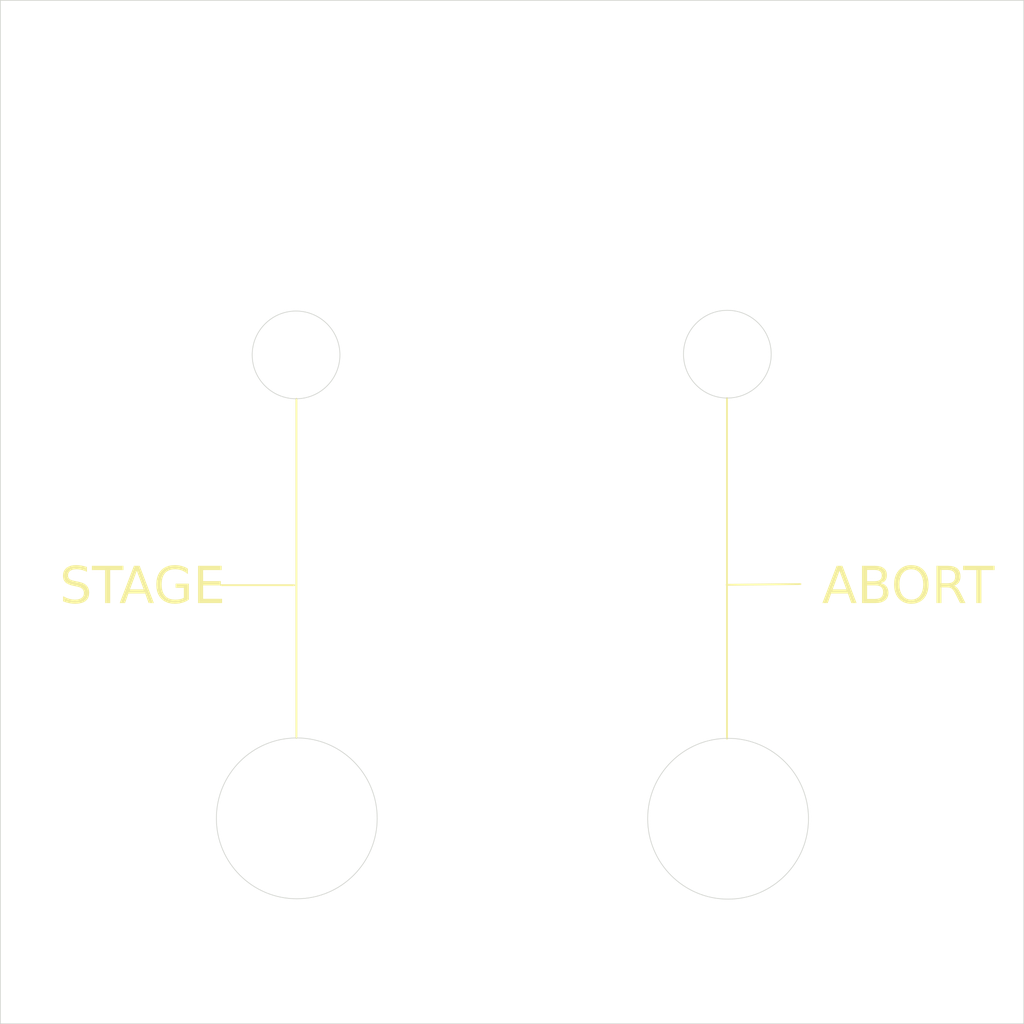
<source format=kicad_pcb>
(kicad_pcb (version 20221018) (generator pcbnew)

  (general
    (thickness 1.6)
  )

  (paper "A4")
  (layers
    (0 "F.Cu" signal)
    (31 "B.Cu" signal)
    (32 "B.Adhes" user "B.Adhesive")
    (33 "F.Adhes" user "F.Adhesive")
    (34 "B.Paste" user)
    (35 "F.Paste" user)
    (36 "B.SilkS" user "B.Silkscreen")
    (37 "F.SilkS" user "F.Silkscreen")
    (38 "B.Mask" user)
    (39 "F.Mask" user)
    (40 "Dwgs.User" user "User.Drawings")
    (41 "Cmts.User" user "User.Comments")
    (42 "Eco1.User" user "User.Eco1")
    (43 "Eco2.User" user "User.Eco2")
    (44 "Edge.Cuts" user)
    (45 "Margin" user)
    (46 "B.CrtYd" user "B.Courtyard")
    (47 "F.CrtYd" user "F.Courtyard")
    (48 "B.Fab" user)
    (49 "F.Fab" user)
    (50 "User.1" user)
    (51 "User.2" user)
    (52 "User.3" user)
    (53 "User.4" user)
    (54 "User.5" user)
    (55 "User.6" user)
    (56 "User.7" user)
    (57 "User.8" user)
    (58 "User.9" user)
  )

  (setup
    (pad_to_mask_clearance 0)
    (pcbplotparams
      (layerselection 0x00010fc_ffffffff)
      (plot_on_all_layers_selection 0x0000000_00000000)
      (disableapertmacros false)
      (usegerberextensions false)
      (usegerberattributes true)
      (usegerberadvancedattributes true)
      (creategerberjobfile true)
      (dashed_line_dash_ratio 12.000000)
      (dashed_line_gap_ratio 3.000000)
      (svgprecision 4)
      (plotframeref false)
      (viasonmask false)
      (mode 1)
      (useauxorigin false)
      (hpglpennumber 1)
      (hpglpenspeed 20)
      (hpglpendiameter 15.000000)
      (dxfpolygonmode true)
      (dxfimperialunits true)
      (dxfusepcbnewfont true)
      (psnegative false)
      (psa4output false)
      (plotreference true)
      (plotvalue true)
      (plotinvisibletext false)
      (sketchpadsonfab false)
      (subtractmaskfromsilk false)
      (outputformat 1)
      (mirror false)
      (drillshape 1)
      (scaleselection 1)
      (outputdirectory "")
    )
  )

  (net 0 "")

  (gr_line (start 99.4 54.4) (end 99.4 101)
    (stroke (width 0.25) (type default)) (layer "F.SilkS") (tstamp 37134d6a-23c8-4779-84cd-e0a9e8c97219))
  (gr_line (start 99.35 79.95) (end 109.45 79.85)
    (stroke (width 0.25) (type default)) (layer "F.SilkS") (tstamp 6be448f5-c14f-443b-ad4c-2c079b896520))
  (gr_line (start 40.2 80) (end 30.2 80)
    (stroke (width 0.25) (type default)) (layer "F.SilkS") (tstamp a5ef5b21-a912-4c9f-8f35-d025312f90be))
  (gr_line (start 40.5 54.5) (end 40.5 100.9)
    (stroke (width 0.25) (type default)) (layer "F.SilkS") (tstamp d9f54e4a-57c0-4e6c-93fa-8d352699018c))
  (gr_circle (center 99.55 111.95) (end 114.8 111.95)
    (stroke (width 0.15) (type default)) (fill none) (layer "Dwgs.User") (tstamp 16fc63fa-6505-4111-ae90-b65a10826982))
  (gr_rect (start 90.6 21.0375) (end 107.7 62.0125)
    (stroke (width 0.15) (type default)) (fill none) (layer "Dwgs.User") (tstamp 647c0779-f948-469f-b06b-fbfbeefa0f18))
  (gr_circle (center 40.55 111.9) (end 55.8 111.9)
    (stroke (width 0.15) (type default)) (fill none) (layer "Dwgs.User") (tstamp aac088eb-21b9-4375-8387-87eef4301df4))
  (gr_rect (start 31.925 21.0375) (end 49.025 62.0125)
    (stroke (width 0.15) (type default)) (fill none) (layer "Dwgs.User") (tstamp c665fbb8-b52a-407c-847f-b48368968e5c))
  (gr_circle (center 99.45 48.4) (end 105.45 48.4)
    (stroke (width 0.1) (type default)) (fill none) (layer "Edge.Cuts") (tstamp 5f138fd0-2a74-4a91-afac-62336ffe7750))
  (gr_rect (start 0 0) (end 140 140)
    (stroke (width 0.1) (type default)) (fill none) (layer "Edge.Cuts") (tstamp 828e69e0-6922-4687-99a3-26f7dc89a66b))
  (gr_circle (center 40.45 48.5) (end 46.45 48.5)
    (stroke (width 0.1) (type default)) (fill none) (layer "Edge.Cuts") (tstamp 9ce1a85b-6249-4982-8a41-60778634735f))
  (gr_circle (center 99.55 111.95) (end 110.55 111.95)
    (stroke (width 0.1) (type default)) (fill none) (layer "Edge.Cuts") (tstamp d121ab63-fca1-4d5f-a2e2-256832a8d44b))
  (gr_circle (center 40.55 111.9) (end 51.55 111.9)
    (stroke (width 0.1) (type default)) (fill none) (layer "Edge.Cuts") (tstamp e98006d8-3484-474a-822d-d4c1d4dc144a))
  (gr_text "ABORT" (at 112.4 83.3) (layer "F.SilkS") (tstamp 95ef7db7-59ce-4e0e-b0d0-42d5c64833cc)
    (effects (font (face "Droid Sans Mono") (size 5 5) (thickness 0.15)) (justify left bottom))
    (render_cache "ABORT" 0
      (polygon
        (pts
          (xy 116.508164 82.45)          (xy 115.848709 82.45)          (xy 115.354117 80.902721)          (xy 113.66762 80.902721)
          (xy 113.165701 82.45)          (xy 112.513572 82.45)          (xy 113.213213 80.339741)          (xy 113.849581 80.339741)
          (xy 115.172156 80.339741)          (xy 114.715422 78.897487)          (xy 114.698845 78.844966)          (xy 114.682697 78.793035)
          (xy 114.666979 78.741697)          (xy 114.65169 78.690949)          (xy 114.63683 78.640794)          (xy 114.6224 78.59123)
          (xy 114.608398 78.542257)          (xy 114.594827 78.493876)          (xy 114.581684 78.446086)          (xy 114.568971 78.398888)
          (xy 114.550707 78.3292)          (xy 114.533408 78.260844)          (xy 114.517076 78.193817)          (xy 114.501709 78.128122)
          (xy 114.488704 78.190869)          (xy 114.475334 78.252715)          (xy 114.461599 78.313659)          (xy 114.447499 78.373701)
          (xy 114.433034 78.432842)          (xy 114.418204 78.491081)          (xy 114.403009 78.548418)          (xy 114.387449 78.604854)
          (xy 114.371525 78.660388)          (xy 114.355235 78.715021)          (xy 114.344173 78.750942)          (xy 113.849581 80.339741)
          (xy 113.213213 80.339741)          (xy 114.171981 77.447906)          (xy 114.842428 77.447906)
        )
      )
      (polygon
        (pts
          (xy 118.635168 77.448198)          (xy 118.692425 77.449075)          (xy 118.748674 77.450536)          (xy 118.803913 77.452581)
          (xy 118.858144 77.455211)          (xy 118.911366 77.458425)          (xy 118.963579 77.462223)          (xy 119.014783 77.466606)
          (xy 119.064978 77.471573)          (xy 119.114164 77.477124)          (xy 119.209509 77.489981)          (xy 119.300819 77.505174)
          (xy 119.388093 77.522705)          (xy 119.471331 77.542574)          (xy 119.550533 77.56478)          (xy 119.6257 77.589324)
          (xy 119.696831 77.616205)          (xy 119.763926 77.645423)          (xy 119.826986 77.676979)          (xy 119.886009 77.710873)
          (xy 119.940997 77.747103)          (xy 119.99246 77.785786)          (xy 120.040603 77.827341)          (xy 120.085425 77.871768)
          (xy 120.126927 77.919066)          (xy 120.165109 77.969236)          (xy 120.199971 78.022277)          (xy 120.231513 78.078191)
          (xy 120.259734 78.136976)          (xy 120.284636 78.198633)          (xy 120.306217 78.263162)          (xy 120.324478 78.330562)
          (xy 120.339419 78.400835)          (xy 120.351039 78.473979)          (xy 120.35934 78.549995)          (xy 120.36432 78.628882)
          (xy 120.36598 78.710642)          (xy 120.364926 78.764718)          (xy 120.361763 78.81765)          (xy 120.356492 78.869438)
          (xy 120.349112 78.92008)          (xy 120.339624 78.969577)          (xy 120.328027 79.01793)          (xy 120.314322 79.065137)
          (xy 120.28981 79.133802)          (xy 120.260555 79.19989)          (xy 120.226555 79.263403)          (xy 120.187811 79.32434)
          (xy 120.144324 79.382701)          (xy 120.112696 79.420177)          (xy 120.096092 79.438485)          (xy 120.061611 79.473772)
          (xy 120.025643 79.507274)          (xy 119.988186 79.538992)          (xy 119.949241 79.568926)          (xy 119.908807 79.597076)
          (xy 119.866885 79.623442)          (xy 119.823475 79.648024)          (xy 119.778576 79.670821)          (xy 119.732189 79.691835)
          (xy 119.684313 79.711064)          (xy 119.63495 79.728509)          (xy 119.584098 79.74417)          (xy 119.531757 79.758047)
          (xy 119.477928 79.77014)          (xy 119.422611 79.780449)          (xy 119.365806 79.788974)          (xy 119.365806 79.823168)
          (xy 119.43598 79.835552)          (xy 119.503927 79.8495)          (xy 119.569646 79.865013)          (xy 119.633137 79.882091)
          (xy 119.6944 79.900734)          (xy 119.753436 79.920941)          (xy 119.810244 79.942713)          (xy 119.864824 79.96605)
          (xy 119.917177 79.990951)          (xy 119.967301 80.017417)          (xy 120.015198 80.045448)          (xy 120.060867 80.075043)
          (xy 120.104309 80.106203)          (xy 120.145522 80.138928)          (xy 120.184508 80.173217)          (xy 120.221266 80.209071)
          (xy 120.255796 80.24649)          (xy 120.288099 80.285474)          (xy 120.318174 80.326022)          (xy 120.346021 80.368135)
          (xy 120.37164 80.411812)          (xy 120.395032 80.457054)          (xy 120.416195 80.503861)          (xy 120.435131 80.552233)
          (xy 120.451839 80.602169)          (xy 120.46632 80.65367)          (xy 120.478573 80.706735)          (xy 120.488598 80.761366)
          (xy 120.496395 80.81756)          (xy 120.501964 80.87532)          (xy 120.505306 80.934644)          (xy 120.50642 80.995533)
          (xy 120.504707 81.079272)          (xy 120.499569 81.160741)          (xy 120.491007 81.239938)          (xy 120.479019 81.316865)
          (xy 120.463606 81.391522)          (xy 120.444767 81.463907)          (xy 120.422504 81.534022)          (xy 120.396816 81.601866)
          (xy 120.367702 81.66744)          (xy 120.335163 81.730742)          (xy 120.2992 81.791775)          (xy 120.259811 81.850536)
          (xy 120.216997 81.907027)          (xy 120.170757 81.961247)          (xy 120.121093 82.013196)          (xy 120.068004 82.062875)
          (xy 120.012109 82.109753)          (xy 119.953725 82.153607)          (xy 119.89285 82.194437)          (xy 119.829485 82.232242)
          (xy 119.76363 82.267022)          (xy 119.695285 82.298779)          (xy 119.62445 82.327511)          (xy 119.551125 82.353218)
          (xy 119.475309 82.375901)          (xy 119.397004 82.39556)          (xy 119.316208 82.412194)          (xy 119.232922 82.425804)
          (xy 119.147146 82.43639)          (xy 119.05888 82.443951)          (xy 118.968124 82.448487)          (xy 118.874877 82.45)
          (xy 117.065038 82.45)          (xy 117.065038 80.104047)          (xy 117.707397 80.104047)          (xy 117.707397 81.904117)
          (xy 118.761304 81.904117)          (xy 118.827046 81.903204)          (xy 118.890701 81.900467)          (xy 118.952268 81.895906)
          (xy 119.011749 81.889519)          (xy 119.069142 81.881308)          (xy 119.124449 81.871273)          (xy 119.177668 81.859412)
          (xy 119.228801 81.845727)          (xy 119.277846 81.830218)          (xy 119.324804 81.812883)          (xy 119.41246 81.772741)
          (xy 119.491767 81.725299)          (xy 119.562726 81.67056)          (xy 119.625337 81.608521)          (xy 119.6796 81.539184)
          (xy 119.725515 81.462548)          (xy 119.763082 81.378613)          (xy 119.7923 81.28738)          (xy 119.803779 81.239026)
          (xy 119.813171 81.188848)          (xy 119.820475 81.136845)          (xy 119.825693 81.083017)          (xy 119.828823 81.027365)
          (xy 119.829867 80.969888)          (xy 119.82878 80.916618)          (xy 119.825521 80.86504)          (xy 119.820089 80.815153)
          (xy 119.802706 80.720451)          (xy 119.776631 80.632514)          (xy 119.741864 80.551342)          (xy 119.698406 80.476934)
          (xy 119.646257 80.40929)          (xy 119.585415 80.34841)          (xy 119.515882 80.294295)          (xy 119.437658 80.246945)
          (xy 119.350742 80.206358)          (xy 119.304024 80.188602)          (xy 119.255134 80.172536)          (xy 119.204071 80.158162)
          (xy 119.150835 80.145479)          (xy 119.095426 80.134487)          (xy 119.037844 80.125186)          (xy 118.978089 80.117576)
          (xy 118.916161 80.111657)          (xy 118.852061 80.107429)          (xy 118.785787 80.104893)          (xy 118.717341 80.104047)
          (xy 117.707397 80.104047)          (xy 117.065038 80.104047)          (xy 117.065038 77.993789)          (xy 117.707397 77.993789)
          (xy 117.707397 79.558164)          (xy 118.681926 79.558164)          (xy 118.747804 79.557434)          (xy 118.811412 79.555245)
          (xy 118.87275 79.551595)          (xy 118.931816 79.546486)          (xy 118.988612 79.539918)          (xy 119.043138 79.531889)
          (xy 119.095392 79.522401)          (xy 119.145376 79.511453)          (xy 119.19309 79.499045)          (xy 119.260402 79.477696)
          (xy 119.322605 79.453063)          (xy 119.379699 79.425146)          (xy 119.431684 79.393944)          (xy 119.463503 79.371318)
          (xy 119.50737 79.334138)          (xy 119.546922 79.292665)          (xy 119.58216 79.246898)          (xy 119.613082 79.196837)
          (xy 119.63969 79.142484)          (xy 119.661983 79.083837)          (xy 119.679962 79.020897)          (xy 119.693625 78.953663)
          (xy 119.702974 78.882136)          (xy 119.706809 78.832066)          (xy 119.708727 78.780089)          (xy 119.708967 78.753384)
          (xy 119.707941 78.703453)          (xy 119.702557 78.631936)          (xy 119.692557 78.564477)          (xy 119.677941 78.501076)
          (xy 119.658711 78.441731)          (xy 119.634865 78.386444)          (xy 119.606404 78.335214)          (xy 119.573327 78.288041)
          (xy 119.535635 78.244925)          (xy 119.493328 78.205866)          (xy 119.446406 78.170865)          (xy 119.394471 78.139219)
          (xy 119.337126 78.110687)          (xy 119.274372 78.085267)          (xy 119.206208 78.062959)          (xy 119.15776 78.049817)
          (xy 119.106908 78.038058)          (xy 119.053652 78.027682)          (xy 118.997991 78.01869)          (xy 118.939926 78.011081)
          (xy 118.879457 78.004856)          (xy 118.816583 78.000014)          (xy 118.751306 77.996556)          (xy 118.683624 77.99448)
          (xy 118.613538 77.993789)          (xy 117.707397 77.993789)          (xy 117.065038 77.993789)          (xy 117.065038 77.447906)
          (xy 118.576901 77.447906)
        )
      )
      (polygon
        (pts
          (xy 122.978978 77.370403)          (xy 123.03273 77.372367)          (xy 123.085681 77.375641)          (xy 123.137831 77.380224)
          (xy 123.189179 77.386117)          (xy 123.239726 77.393319)          (xy 123.289471 77.40183)          (xy 123.338415 77.411651)
          (xy 123.386558 77.422782)          (xy 123.433899 77.435222)          (xy 123.526177 77.46403)          (xy 123.615249 77.498076)
          (xy 123.701116 77.53736)          (xy 123.783777 77.581882)          (xy 123.863232 77.631641)          (xy 123.939482 77.686639)
          (xy 124.012526 77.746875)          (xy 124.082364 77.812348)          (xy 124.148996 77.883059)          (xy 124.18111 77.920379)
          (xy 124.212423 77.959008)          (xy 124.242934 77.998947)          (xy 124.272644 78.040195)          (xy 124.301495 78.082577)
          (xy 124.329431 78.126071)          (xy 124.35645 78.170676)          (xy 124.382554 78.216393)          (xy 124.407741 78.263222)
          (xy 124.432013 78.311161)          (xy 124.455368 78.360213)          (xy 124.477808 78.410375)          (xy 124.499332 78.46165)
          (xy 124.51994 78.514036)          (xy 124.539632 78.567533)          (xy 124.558408 78.622142)          (xy 124.576269 78.677862)
          (xy 124.593213 78.734694)          (xy 124.609241 78.792637)          (xy 124.624354 78.851692)          (xy 124.638551 78.911858)
          (xy 124.651831 78.973136)          (xy 124.664196 79.035525)          (xy 124.675645 79.099026)          (xy 124.686178 79.163638)
          (xy 124.695795 79.229362)          (xy 124.704496 79.296197)          (xy 124.712281 79.364144)          (xy 124.719151 79.433202)
          (xy 124.725104 79.503372)          (xy 124.730142 79.574653)          (xy 124.734263 79.647046)          (xy 124.737469 79.72055)
          (xy 124.739759 79.795166)          (xy 124.741133 79.870893)          (xy 124.741591 79.947732)          (xy 124.741128 80.024497)
          (xy 124.73974 80.100159)          (xy 124.737426 80.174716)          (xy 124.734187 80.248169)          (xy 124.730022 80.320518)
          (xy 124.724932 80.391762)          (xy 124.718917 80.461902)          (xy 124.711976 80.530938)          (xy 124.70411 80.598869)
          (xy 124.695318 80.665696)          (xy 124.685601 80.731418)          (xy 124.674958 80.796037)          (xy 124.66339 80.85955)
          (xy 124.650896 80.92196)          (xy 124.637477 80.983265)          (xy 124.623133 81.043466)          (xy 124.607863 81.102563)
          (xy 124.591667 81.160555)          (xy 124.574547 81.217443)          (xy 124.5565 81.273226)          (xy 124.537529 81.327905)
          (xy 124.517631 81.38148)          (xy 124.496809 81.43395)          (xy 124.475061 81.485317)          (xy 124.452387 81.535578)
          (xy 124.428788 81.584736)          (xy 124.404264 81.632789)          (xy 124.378814 81.679738)          (xy 124.352438 81.725582)
          (xy 124.325137 81.770322)          (xy 124.296911 81.813958)          (xy 124.267759 81.856489)          (xy 124.237751 81.897813)
          (xy 124.206956 81.937824)          (xy 124.175374 81.976524)          (xy 124.143005 82.013912)          (xy 124.109848 82.049987)
          (xy 124.041174 82.118204)          (xy 123.969351 82.181173)          (xy 123.89438 82.238894)          (xy 123.816261 82.291368)
          (xy 123.734993 82.338595)          (xy 123.650576 82.380574)          (xy 123.563011 82.417306)          (xy 123.472298 82.44879)
          (xy 123.378436 82.475027)          (xy 123.330325 82.486178)          (xy 123.281426 82.496017)          (xy 123.23174 82.504544)
          (xy 123.181268 82.511759)          (xy 123.130008 82.517662)          (xy 123.07796 82.522254)          (xy 123.025126 82.525534)
          (xy 122.971505 82.527501)          (xy 122.917096 82.528157)          (xy 122.804697 82.52563)          (xy 122.695866 82.518049)
          (xy 122.590603 82.505413)          (xy 122.488908 82.487724)          (xy 122.390782 82.46498)          (xy 122.296224 82.437182)
          (xy 122.205234 82.404329)          (xy 122.117812 82.366423)          (xy 122.033958 82.323462)          (xy 121.953673 82.275447)
          (xy 121.876956 82.222378)          (xy 121.803807 82.164254)          (xy 121.734226 82.101077)          (xy 121.668214 82.032845)
          (xy 121.60577 81.959559)          (xy 121.546894 81.881219)          (xy 121.491586 81.797825)          (xy 121.439847 81.709376)
          (xy 121.391676 81.615873)          (xy 121.347073 81.517316)          (xy 121.306038 81.413705)          (xy 121.268572 81.30504)
          (xy 121.234674 81.19132)          (xy 121.204344 81.072546)          (xy 121.177582 80.948718)          (xy 121.154388 80.819836)
          (xy 121.134763 80.685899)          (xy 121.118706 80.546909)          (xy 121.106217 80.402864)          (xy 121.097296 80.253765)
          (xy 121.091944 80.099612)          (xy 121.090215 79.945289)          (xy 121.766713 79.945289)          (xy 121.767836 80.06956)
          (xy 121.771206 80.189885)          (xy 121.776823 80.306265)          (xy 121.784687 80.4187)          (xy 121.794798 80.527191)
          (xy 121.807156 80.631736)          (xy 121.82176 80.732335)          (xy 121.838612 80.82899)          (xy 121.85771 80.9217)
          (xy 121.879055 81.010465)          (xy 121.902647 81.095284)          (xy 121.928485 81.176159)          (xy 121.956571 81.253088)
          (xy 121.986903 81.326072)          (xy 122.019483 81.395111)          (xy 122.054309 81.460205)          (xy 122.091382 81.521354)
          (xy 122.130701 81.578558)          (xy 122.172268 81.631817)          (xy 122.216081 81.681131)          (xy 122.262142 81.726499)
          (xy 122.310449 81.767923)          (xy 122.361003 81.805401)          (xy 122.413804 81.838934)          (xy 122.468851 81.868523)
          (xy 122.526146 81.894166)          (xy 122.585687 81.915864)          (xy 122.647475 81.933617)          (xy 122.71151 81.947425)
          (xy 122.777792 81.957287)          (xy 122.846321 81.963205)          (xy 122.917096 81.965177)          (xy 122.990193 81.963241)
          (xy 123.060799 81.95743)          (xy 123.128915 81.947747)          (xy 123.194541 81.934189)          (xy 123.257677 81.916758)
          (xy 123.318323 81.895454)          (xy 123.376478 81.870276)          (xy 123.432144 81.841224)          (xy 123.485319 81.808299)
          (xy 123.536004 81.771501)          (xy 123.584199 81.730828)          (xy 123.629904 81.686283)          (xy 123.673119 81.637863)
          (xy 123.713843 81.585571)          (xy 123.752078 81.529404)          (xy 123.787822 81.469364)          (xy 123.821391 81.405165)
          (xy 123.852795 81.336825)          (xy 123.882032 81.264344)          (xy 123.909104 81.187722)          (xy 123.93401 81.10696)
          (xy 123.956751 81.022057)          (xy 123.977325 80.933013)          (xy 123.995734 80.839829)          (xy 124.004126 80.791684)
          (xy 124.011977 80.742503)          (xy 124.019286 80.692288)          (xy 124.026054 80.641038)          (xy 124.032281 80.588752)
          (xy 124.037966 80.535431)          (xy 124.04311 80.481075)          (xy 124.047712 80.425684)          (xy 124.051773 80.369258)
          (xy 124.055292 80.311796)          (xy 124.05827 80.2533)          (xy 124.060706 80.193768)          (xy 124.062601 80.133201)
          (xy 124.063955 80.071599)          (xy 124.064767 80.008962)          (xy 124.065038 79.945289)          (xy 124.064764 79.881025)
          (xy 124.063941 79.817834)          (xy 124.062569 79.755717)          (xy 124.060649 79.694673)          (xy 124.05818 79.634702)
          (xy 124.055163 79.575805)          (xy 124.051597 79.517981)          (xy 124.047483 79.46123)          (xy 124.04282 79.405553)
          (xy 124.037608 79.350949)          (xy 124.031848 79.297418)          (xy 124.025539 79.244961)          (xy 124.018682 79.193577)
          (xy 124.011276 79.143266)          (xy 124.003321 79.094029)          (xy 123.994818 79.045865)          (xy 123.976166 78.952757)
          (xy 123.955319 78.863942)          (xy 123.932279 78.779421)          (xy 123.907043 78.699193)          (xy 123.879614 78.623258)
          (xy 123.84999 78.551617)          (xy 123.818171 78.484268)          (xy 123.784159 78.421214)          (xy 123.748028 78.362061)
          (xy 123.70955 78.306725)          (xy 123.668725 78.255205)          (xy 123.625553 78.207501)          (xy 123.580035 78.163614)
          (xy 123.532169 78.123543)          (xy 123.481956 78.087288)          (xy 123.429396 78.054849)          (xy 123.374489 78.026227)
          (xy 123.317235 78.001421)          (xy 123.257634 77.980432)          (xy 123.195686 77.963258)          (xy 123.131391 77.949901)
          (xy 123.064749 77.940361)          (xy 122.99576 77.934636)          (xy 122.924424 77.932728)          (xy 122.853197 77.934693)
          (xy 122.784232 77.94059)          (xy 122.717528 77.950417)          (xy 122.653085 77.964174)          (xy 122.590903 77.981863)
          (xy 122.530983 78.003482)          (xy 122.473323 78.029032)          (xy 122.417925 78.058513)          (xy 122.364788 78.091925)
          (xy 122.313912 78.129267)          (xy 122.265297 78.17054)          (xy 122.218944 78.215744)          (xy 122.174851 78.264879)
          (xy 122.13302 78.317945)          (xy 122.09345 78.374941)          (xy 122.05614 78.435868)          (xy 122.021093 78.500726)
          (xy 121.988306 78.569515)          (xy 121.95778 78.642234)          (xy 121.929516 78.718885)          (xy 121.903513 78.799466)
          (xy 121.87977 78.883978)          (xy 121.858289 78.97242)          (xy 121.83907 79.064794)          (xy 121.822111 79.161098)
          (xy 121.807413 79.261333)          (xy 121.794977 79.365499)          (xy 121.784802 79.473595)          (xy 121.776888 79.585622)
          (xy 121.771235 79.701581)          (xy 121.767843 79.821469)          (xy 121.766713 79.945289)          (xy 121.090215 79.945289)
          (xy 121.09016 79.940404)          (xy 121.091951 79.782249)          (xy 121.097325 79.629114)          (xy 121.106281 79.481)
          (xy 121.11882 79.337907)          (xy 121.134942 79.199834)          (xy 121.154646 79.066783)          (xy 121.177932 78.938752)
          (xy 121.204801 78.815742)          (xy 121.235253 78.697753)          (xy 121.269287 78.584785)          (xy 121.306904 78.476837)
          (xy 121.348103 78.373911)          (xy 121.392885 78.276005)          (xy 121.44125 78.18312)          (xy 121.493196 78.095256)
          (xy 121.548726 78.012412)          (xy 121.607838 77.93459)          (xy 121.670533 77.861788)          (xy 121.73681 77.794007)
          (xy 121.806669 77.731247)          (xy 121.880111 77.673507)          (xy 121.957136 77.620789)          (xy 122.037744 77.573091)
          (xy 122.121933 77.530414)          (xy 122.209706 77.492758)          (xy 122.301061 77.460123)          (xy 122.395998 77.432508)
          (xy 122.494518 77.409915)          (xy 122.596621 77.392342)          (xy 122.702306 77.37979)          (xy 122.811574 77.372259)
          (xy 122.924424 77.369748)
        )
      )
      (polygon
        (pts
          (xy 126.977645 77.449308)          (xy 127.084075 77.453516)          (xy 127.187016 77.460528)          (xy 127.286467 77.470346)
          (xy 127.382429 77.482968)          (xy 127.474902 77.498396)          (xy 127.563885 77.516628)          (xy 127.649378 77.537665)
          (xy 127.731382 77.561508)          (xy 127.809896 77.588155)          (xy 127.884921 77.617607)          (xy 127.956456 77.649864)
          (xy 128.024502 77.684926)          (xy 128.089058 77.722794)          (xy 128.150125 77.763466)          (xy 128.207702 77.806943)
          (xy 128.261789 77.853225)          (xy 128.312388 77.902312)          (xy 128.359496 77.954204)          (xy 128.403115 78.008901)
          (xy 128.443245 78.066403)          (xy 128.479885 78.12671)          (xy 128.513035 78.189822)          (xy 128.542696 78.255739)
          (xy 128.568868 78.324461)          (xy 128.59155 78.395988)          (xy 128.610742 78.47032)          (xy 128.626445 78.547457)
          (xy 128.638658 78.627399)          (xy 128.647382 78.710145)          (xy 128.652616 78.795697)          (xy 128.654361 78.884054)
          (xy 128.653391 78.945493)          (xy 128.650483 79.005703)          (xy 128.645635 79.064685)          (xy 128.638848 79.122439)
          (xy 128.630122 79.178964)          (xy 128.619456 79.234261)          (xy 128.606852 79.28833)          (xy 128.592308 79.34117)
          (xy 128.575825 79.392781)          (xy 128.557403 79.443165)          (xy 128.537042 79.49232)          (xy 128.514742 79.540247)
          (xy 128.490502 79.586945)          (xy 128.464324 79.632415)          (xy 128.436206 79.676657)          (xy 128.406149 79.71967)
          (xy 128.374153 79.761455)          (xy 128.340218 79.802011)          (xy 128.304344 79.841339)          (xy 128.26653 79.879439)
          (xy 128.226777 79.91631)          (xy 128.185086 79.951953)          (xy 128.141455 79.986368)          (xy 128.095884 80.019554)
          (xy 128.048375 80.051512)          (xy 127.998927 80.082242)          (xy 127.947539 80.111743)          (xy 127.894212 80.140016)
          (xy 127.838946 80.16706)          (xy 127.781741 80.192876)          (xy 127.722597 80.217464)          (xy 127.661514 80.240823)
          (xy 129.024389 82.45)          (xy 128.273342 82.45)          (xy 127.070446 80.416678)          (xy 126.283984 80.416678)
          (xy 126.283984 82.45)          (xy 125.641625 82.45)          (xy 125.641625 77.993789)          (xy 126.283984 77.993789)
          (xy 126.283984 79.870795)          (xy 126.846964 79.870795)          (xy 126.919183 79.869903)          (xy 126.988987 79.867227)
          (xy 127.056378 79.862767)          (xy 127.121355 79.856522)          (xy 127.183919 79.848494)          (xy 127.244068 79.838681)
          (xy 127.301804 79.827084)          (xy 127.357126 79.813703)          (xy 127.410034 79.798538)          (xy 127.460529 79.781589)
          (xy 127.508609 79.762856)          (xy 127.554276 79.742339)          (xy 127.61825 79.708217)          (xy 127.676793 79.670082)
          (xy 127.712805 79.642428)          (xy 127.762565 79.597008)          (xy 127.80743 79.546844)          (xy 127.847401 79.491936)
          (xy 127.882477 79.432284)          (xy 127.912659 79.367887)          (xy 127.937947 79.298747)          (xy 127.952086 79.250017)
          (xy 127.964051 79.19918)          (xy 127.973839 79.146233)          (xy 127.981453 79.091179)          (xy 127.986891 79.034015)
          (xy 127.990154 78.974743)          (xy 127.991242 78.913363)          (xy 127.990168 78.853223)          (xy 127.986948 78.79523)
          (xy 127.981582 78.739383)          (xy 127.974068 78.685683)          (xy 127.964408 78.63413)          (xy 127.952602 78.584723)
          (xy 127.938648 78.537463)          (xy 127.913693 78.470598)          (xy 127.883908 78.408563)          (xy 127.849293 78.351358)
          (xy 127.809848 78.298983)          (xy 127.765573 78.251438)          (xy 127.716468 78.208722)          (xy 127.661986 78.170311)
          (xy 127.601579 78.135679)          (xy 127.535247 78.104824)          (xy 127.487734 78.086353)          (xy 127.437588 78.069561)
          (xy 127.384809 78.054449)          (xy 127.329396 78.041015)          (xy 127.27135 78.029261)          (xy 127.210671 78.019186)
          (xy 127.147359 78.01079)          (xy 127.081413 78.004074)          (xy 127.012834 77.999036)          (xy 126.941622 77.995678)
          (xy 126.867777 77.993999)          (xy 126.829867 77.993789)          (xy 126.283984 77.993789)          (xy 125.641625 77.993789)
          (xy 125.641625 77.447906)          (xy 126.867725 77.447906)
        )
      )
      (polygon
        (pts
          (xy 131.631681 82.45)          (xy 130.990544 82.45)          (xy 130.990544 78.010886)          (xy 129.554396 78.010886)
          (xy 129.554396 77.447906)          (xy 133.064166 77.447906)          (xy 133.064166 78.010886)          (xy 131.631681 78.010886)
        )
      )
    )
  )
  (gr_text "STAGE" (at 8.1 83.3) (layer "F.SilkS") (tstamp b924c724-d1f8-4f51-bc1a-910fe9cb0ed1)
    (effects (font (face "Droid Sans Mono") (size 5 5) (thickness 0.15)) (justify left bottom))
    (render_cache "STAGE" 0
      (polygon
        (pts
          (xy 8.584822 82.293684)          (xy 8.584822 81.687962)          (xy 8.675239 81.723601)          (xy 8.765447 81.756941)
          (xy 8.855445 81.787982)          (xy 8.945232 81.816724)          (xy 9.03481 81.843166)          (xy 9.124178 81.867309)
          (xy 9.213337 81.889152)          (xy 9.302285 81.908696)          (xy 9.391023 81.925941)          (xy 9.479552 81.940887)
          (xy 9.56787 81.953533)          (xy 9.655979 81.96388)          (xy 9.743878 81.971928)          (xy 9.831567 81.977676)
          (xy 9.919046 81.981125)          (xy 10.006315 81.982274)          (xy 10.080246 81.981463)          (xy 10.15183 81.979031)
          (xy 10.221067 81.974976)          (xy 10.287957 81.969299)          (xy 10.352501 81.962)          (xy 10.414697 81.95308)
          (xy 10.474546 81.942537)          (xy 10.532048 81.930373)          (xy 10.587203 81.916586)          (xy 10.640011 81.901178)
          (xy 10.690472 81.884148)          (xy 10.738586 81.865496)          (xy 10.784352 81.845222)          (xy 10.868845 81.799808)
          (xy 10.94395 81.747906)          (xy 11.009666 81.689517)          (xy 11.065995 81.62464)          (xy 11.112935 81.553275)
          (xy 11.150488 81.475423)          (xy 11.178652 81.391083)          (xy 11.197428 81.300255)          (xy 11.206816 81.202939)
          (xy 11.20799 81.151849)          (xy 11.205865 81.086436)          (xy 11.199489 81.023922)          (xy 11.188863 80.964305)
          (xy 11.173987 80.907587)          (xy 11.15486 80.853766)          (xy 11.131483 80.802844)          (xy 11.103855 80.754819)
          (xy 11.071977 80.709693)          (xy 11.035849 80.667464)          (xy 10.99547 80.628134)          (xy 10.966189 80.603524)
          (xy 10.916483 80.566723)          (xy 10.85804 80.528676)          (xy 10.814224 80.502621)          (xy 10.766526 80.476012)
          (xy 10.714944 80.448849)          (xy 10.659478 80.421133)          (xy 10.60013 80.392864)          (xy 10.536899 80.364042)
          (xy 10.469785 80.334666)          (xy 10.398787 80.304736)          (xy 10.323907 80.274254)          (xy 10.245143 80.243218)
          (xy 10.162497 80.211628)          (xy 10.075967 80.179486)          (xy 9.985554 80.146789)          (xy 9.897827 80.114966)
          (xy 9.813249 80.082389)          (xy 9.731818 80.049059)          (xy 9.653537 80.014975)          (xy 9.578403 79.980137)
          (xy 9.506419 79.944545)          (xy 9.437582 79.908199)          (xy 9.371894 79.8711)          (xy 9.309355 79.833247)
          (xy 9.249964 79.794641)          (xy 9.193721 79.755281)          (xy 9.140627 79.715167)          (xy 9.090681 79.674299)
          (xy 9.043884 79.632677)          (xy 9.000235 79.590302)          (xy 8.959734 79.547173)          (xy 8.922172 79.502857)
          (xy 8.887034 79.456918)          (xy 8.854319 79.409357)          (xy 8.824027 79.360175)          (xy 8.796158 79.30937)
          (xy 8.770713 79.256944)          (xy 8.747691 79.202896)          (xy 8.727093 79.147226)          (xy 8.708918 79.089933)
          (xy 8.693166 79.031019)          (xy 8.679838 78.970483)          (xy 8.668933 78.908326)          (xy 8.660451 78.844546)
          (xy 8.654393 78.779144)          (xy 8.650758 78.71212)          (xy 8.649546 78.643475)          (xy 8.651268 78.569839)
          (xy 8.656434 78.498227)          (xy 8.665045 78.428636)          (xy 8.6771 78.361069)          (xy 8.692598 78.295524)
          (xy 8.711542 78.232002)          (xy 8.733929 78.170502)          (xy 8.75976 78.111025)          (xy 8.789036 78.053571)
          (xy 8.821756 77.998139)          (xy 8.85792 77.94473)          (xy 8.897529 77.893344)          (xy 8.940581 77.84398)
          (xy 8.987078 77.796639)          (xy 9.037019 77.75132)          (xy 9.090404 77.708025)          (xy 9.146943 77.667061)
          (xy 9.206038 77.628741)          (xy 9.26769 77.593064)          (xy 9.331899 77.560029)          (xy 9.398665 77.529637)
          (xy 9.467988 77.501887)          (xy 9.539868 77.476781)          (xy 9.614305 77.454317)          (xy 9.691299 77.434496)
          (xy 9.77085 77.417318)          (xy 9.852957 77.402783)          (xy 9.937622 77.390891)          (xy 10.024843 77.381641)
          (xy 10.114621 77.375034)          (xy 10.206957 77.37107)          (xy 10.301849 77.369748)          (xy 10.350862 77.370009)
          (xy 10.448044 77.372099)          (xy 10.5441 77.376278)          (xy 10.63903 77.382546)          (xy 10.732835 77.390904)
          (xy 10.825514 77.401351)          (xy 10.917066 77.413887)          (xy 11.007494 77.428513)          (xy 11.096795 77.445229)
          (xy 11.18497 77.464033)          (xy 11.27202 77.484928)          (xy 11.357944 77.507911)          (xy 11.442742 77.532984)
          (xy 11.526414 77.560147)          (xy 11.608961 77.589399)          (xy 11.690381 77.62074)          (xy 11.730669 77.637194)
          (xy 11.510851 78.201395)          (xy 11.428309 78.168861)          (xy 11.346464 78.138426)          (xy 11.265315 78.11009)
          (xy 11.184863 78.083853)          (xy 11.105107 78.059715)          (xy 11.026048 78.037676)          (xy 10.947685 78.017736)
          (xy 10.870019 77.999895)          (xy 10.793049 77.984153)          (xy 10.716775 77.970509)          (xy 10.641198 77.958965)
          (xy 10.566318 77.94952)          (xy 10.492134 77.942173)          (xy 10.418646 77.936926)          (xy 10.345855 77.933778)
          (xy 10.273761 77.932728)          (xy 10.211851 77.933428)          (xy 10.151907 77.935528)          (xy 10.093928 77.939029)
          (xy 10.037914 77.943929)          (xy 9.983866 77.950229)          (xy 9.931783 77.95793)          (xy 9.881665 77.967031)
          (xy 9.833513 77.977531)          (xy 9.743105 78.002733)          (xy 9.660559 78.033535)          (xy 9.585874 78.069938)
          (xy 9.51905 78.111941)          (xy 9.460089 78.159545)          (xy 9.408989 78.212749)          (xy 9.36575 78.271553)
          (xy 9.330373 78.335958)          (xy 9.302857 78.405963)          (xy 9.283203 78.481568)          (xy 9.271411 78.562774)
          (xy 9.26748 78.649581)          (xy 9.269455 78.714085)          (xy 9.27538 78.776163)          (xy 9.285255 78.835815)
          (xy 9.299079 78.893041)          (xy 9.316854 78.947842)          (xy 9.338578 79.000217)          (xy 9.364252 79.050166)
          (xy 9.393876 79.09769)          (xy 9.42745 79.142788)          (xy 9.464974 79.18546)          (xy 9.492184 79.212561)
          (xy 9.538534 79.252682)          (xy 9.59332 79.293361)          (xy 9.634532 79.320791)          (xy 9.679492 79.348468)
          (xy 9.728202 79.376394)          (xy 9.780662 79.404568)          (xy 9.836871 79.43299)          (xy 9.89683 79.46166)
          (xy 9.960538 79.490578)          (xy 10.027996 79.519744)          (xy 10.099204 79.549158)          (xy 10.17416 79.57882)
          (xy 10.252867 79.60873)          (xy 10.335322 79.638888)          (xy 10.421528 79.669295)          (xy 10.473797 79.688166)
          (xy 10.524968 79.707076)          (xy 10.575043 79.726024)          (xy 10.62402 79.74501)          (xy 10.671901 79.764034)
          (xy 10.718684 79.783097)          (xy 10.764369 79.802197)          (xy 10.852449 79.840513)          (xy 10.936141 79.878981)
          (xy 11.015443 79.917602)          (xy 11.090357 79.956375)          (xy 11.160882 79.995302)          (xy 11.227019 80.03438)
          (xy 11.288766 80.073612)          (xy 11.346125 80.112996)          (xy 11.399095 80.152533)          (xy 11.447677 80.192222)
          (xy 11.49187 80.232065)          (xy 11.531674 80.272059)          (xy 11.54993 80.292114)          (xy 11.584238 80.332977)
          (xy 11.616333 80.375271)          (xy 11.646215 80.418996)          (xy 11.673883 80.464153)          (xy 11.699338 80.51074)
          (xy 11.722579 80.558758)          (xy 11.743607 80.608208)          (xy 11.762421 80.659089)          (xy 11.779022 80.711401)
          (xy 11.793409 80.765144)          (xy 11.805583 80.820318)          (xy 11.815544 80.876923)          (xy 11.823291 80.934959)
          (xy 11.828825 80.994427)          (xy 11.832145 81.055325)          (xy 11.833251 81.117655)          (xy 11.831391 81.198832)
          (xy 11.82581 81.277806)          (xy 11.816507 81.354575)          (xy 11.803484 81.429141)          (xy 11.78674 81.501502)
          (xy 11.766275 81.57166)          (xy 11.74209 81.639614)          (xy 11.714183 81.705364)          (xy 11.682555 81.76891)
          (xy 11.647207 81.830252)          (xy 11.608138 81.889391)          (xy 11.565348 81.946325)          (xy 11.518836 82.001055)
          (xy 11.468604 82.053582)          (xy 11.414652 82.103905)          (xy 11.356978 82.152023)          (xy 11.296032 82.197571)
          (xy 11.231956 82.24018)          (xy 11.164751 82.27985)          (xy 11.094417 82.316582)          (xy 11.020953 82.350375)
          (xy 10.94436 82.38123)          (xy 10.864638 82.409146)          (xy 10.781786 82.434124)          (xy 10.695805 82.456163)
          (xy 10.606694 82.475263)          (xy 10.514455 82.491425)          (xy 10.419085 82.504649)          (xy 10.370227 82.510159)
          (xy 10.320587 82.514934)          (xy 10.270164 82.518974)          (xy 10.218959 82.52228)          (xy 10.166971 82.524851)
          (xy 10.114202 82.526688)          (xy 10.060649 82.52779)          (xy 10.006315 82.528157)          (xy 9.949841 82.527928)
          (xy 9.894144 82.527241)          (xy 9.839226 82.526096)          (xy 9.785084 82.524494)          (xy 9.731721 82.522433)
          (xy 9.679134 82.519914)          (xy 9.627326 82.516937)          (xy 9.576295 82.513503)          (xy 9.526041 82.50961)
          (xy 9.476566 82.505259)          (xy 9.427867 82.500451)          (xy 9.332803 82.48946)          (xy 9.24085 82.476637)
          (xy 9.152006 82.461983)          (xy 9.066273 82.445496)          (xy 8.983651 82.427178)          (xy 8.904138 82.407028)
          (xy 8.827736 82.385046)          (xy 8.754444 82.361232)          (xy 8.684262 82.335587)          (xy 8.617191 82.30811)
        )
      )
      (polygon
        (pts
          (xy 14.72875 82.45)          (xy 14.087613 82.45)          (xy 14.087613 78.010886)          (xy 12.651465 78.010886)
          (xy 12.651465 77.447906)          (xy 16.161235 77.447906)          (xy 16.161235 78.010886)          (xy 14.72875 78.010886)
        )
      )
      (polygon
        (pts
          (xy 20.610118 82.45)          (xy 19.950662 82.45)          (xy 19.456071 80.902721)          (xy 17.769574 80.902721)
          (xy 17.267655 82.45)          (xy 16.615526 82.45)          (xy 17.315167 80.339741)          (xy 17.951535 80.339741)
          (xy 19.27411 80.339741)          (xy 18.817376 78.897487)          (xy 18.800799 78.844966)          (xy 18.784651 78.793035)
          (xy 18.768933 78.741697)          (xy 18.753644 78.690949)          (xy 18.738784 78.640794)          (xy 18.724353 78.59123)
          (xy 18.710352 78.542257)          (xy 18.696781 78.493876)          (xy 18.683638 78.446086)          (xy 18.670925 78.398888)
          (xy 18.652661 78.3292)          (xy 18.635362 78.260844)          (xy 18.61903 78.193817)          (xy 18.603663 78.128122)
          (xy 18.590658 78.190869)          (xy 18.577288 78.252715)          (xy 18.563553 78.313659)          (xy 18.549453 78.373701)
          (xy 18.534988 78.432842)          (xy 18.520158 78.491081)          (xy 18.504963 78.548418)          (xy 18.489403 78.604854)
          (xy 18.473479 78.660388)          (xy 18.457189 78.715021)          (xy 18.446127 78.750942)          (xy 17.951535 80.339741)
          (xy 17.315167 80.339741)          (xy 18.273935 77.447906)          (xy 18.944382 77.447906)
        )
      )
      (polygon
        (pts
          (xy 23.011025 79.792637)          (xy 24.460607 79.792637)          (xy 24.460607 82.26926)          (xy 24.376548 82.300611)
          (xy 24.291678 82.329939)          (xy 24.205998 82.357244)          (xy 24.119506 82.382527)          (xy 24.032204 82.405788)
          (xy 23.94409 82.427025)          (xy 23.855166 82.44624)          (xy 23.76543 82.463433)          (xy 23.674884 82.478603)
          (xy 23.583527 82.49175)          (xy 23.491358 82.502874)          (xy 23.398379 82.511976)          (xy 23.304589 82.519055)
          (xy 23.209988 82.524112)          (xy 23.114576 82.527146)          (xy 23.018353 82.528157)          (xy 22.962484 82.527489)
          (xy 22.907384 82.525486)          (xy 22.853052 82.522147)          (xy 22.799488 82.517472)          (xy 22.746692 82.511461)
          (xy 22.694664 82.504115)          (xy 22.643404 82.495432)          (xy 22.592912 82.485415)          (xy 22.543188 82.474061)
          (xy 22.494232 82.461372)          (xy 22.446044 82.447347)          (xy 22.398625 82.431987)          (xy 22.351973 82.41529)
          (xy 22.306089 82.397258)          (xy 22.260973 82.377891)          (xy 22.216625 82.357187)          (xy 22.130234 82.311773)
          (xy 22.046915 82.261017)          (xy 22.006407 82.233635)          (xy 21.966668 82.204917)          (xy 21.927696 82.174864)
          (xy 21.889493 82.143475)          (xy 21.852057 82.11075)          (xy 21.81539 82.07669)          (xy 21.77949 82.041293)
          (xy 21.744359 82.004562)          (xy 21.709996 81.966494)          (xy 21.6764 81.927091)          (xy 21.643573 81.886352)
          (xy 21.611514 81.844277)          (xy 21.580333 81.800941)          (xy 21.550143 81.756569)          (xy 21.520942 81.711163)
          (xy 21.492732 81.664721)          (xy 21.465511 81.617243)          (xy 21.43928 81.568731)          (xy 21.414038 81.519184)
          (xy 21.389787 81.468601)          (xy 21.366526 81.416983)          (xy 21.344254 81.364331)          (xy 21.322972 81.310642)
          (xy 21.30268 81.255919)          (xy 21.283378 81.200161)          (xy 21.265066 81.143367)          (xy 21.247743 81.085538)
          (xy 21.231411 81.026674)          (xy 21.216068 80.966775)          (xy 21.201715 80.905841)          (xy 21.188352 80.843871)
          (xy 21.175979 80.780867)          (xy 21.164596 80.716827)          (xy 21.154202 80.651752)          (xy 21.144799 80.585642)
          (xy 21.136385 80.518497)          (xy 21.128961 80.450316)          (xy 21.122527 80.3811)          (xy 21.117083 80.31085)
          (xy 21.112629 80.239564)          (xy 21.109164 80.167242)          (xy 21.10669 80.093886)          (xy 21.105205 80.019495)
          (xy 21.10471 79.944068)          (xy 21.105253 79.869243)          (xy 21.10688 79.795438)          (xy 21.109594 79.72265)
          (xy 21.113392 79.650881)          (xy 21.118276 79.580131)          (xy 21.124245 79.510398)          (xy 21.131299 79.441685)
          (xy 21.139438 79.37399)          (xy 21.148663 79.307313)          (xy 21.158973 79.241655)          (xy 21.170368 79.177015)
          (xy 21.182849 79.113394)          (xy 21.196414 79.050791)          (xy 21.211065 78.989207)          (xy 21.226802 78.928641)
          (xy 21.243623 78.869094)          (xy 21.26153 78.810565)          (xy 21.280522 78.753055)          (xy 21.300599 78.696563)
          (xy 21.321762 78.64109)          (xy 21.344009 78.586635)          (xy 21.367343 78.533198)          (xy 21.391761 78.48078)
          (xy 21.417264 78.429381)          (xy 21.443853 78.379)          (xy 21.471527 78.329637)          (xy 21.500287 78.281293)
          (xy 21.530131 78.233967)          (xy 21.561061 78.18766)          (xy 21.593076 78.142371)          (xy 21.626177 78.098101)
          (xy 21.660362 78.054849)          (xy 21.695576 78.0127)          (xy 21.731608 77.971888)          (xy 21.768458 77.932414)
          (xy 21.806126 77.894279)          (xy 21.844612 77.857481)          (xy 21.883916 77.822022)          (xy 21.924039 77.787901)
          (xy 21.964979 77.755118)          (xy 22.006738 77.723673)          (xy 22.049314 77.693566)          (xy 22.092709 77.664797)
          (xy 22.136922 77.637366)          (xy 22.181953 77.611273)          (xy 22.227802 77.586519)          (xy 22.27447 77.563102)
          (xy 22.321955 77.541024)          (xy 22.370259 77.520283)          (xy 22.41938 77.500881)          (xy 22.46932 77.482817)
          (xy 22.520078 77.466091)          (xy 22.571654 77.450703)          (xy 22.624048 77.436653)          (xy 22.677261 77.423941)
          (xy 22.731291 77.412567)          (xy 22.786139 77.402531)          (xy 22.841806 77.393834)          (xy 22.898291 77.386474)
          (xy 22.955594 77.380453)          (xy 23.013715 77.37577)          (xy 23.072654 77.372424)          (xy 23.132411 77.370417)
          (xy 23.192986 77.369748)          (xy 23.274908 77.370903)          (xy 23.355808 77.374366)          (xy 23.435688 77.380138)
          (xy 23.514547 77.388219)          (xy 23.592385 77.398609)          (xy 23.669203 77.411308)          (xy 23.744999 77.426315)
          (xy 23.819774 77.443632)          (xy 23.893529 77.463257)          (xy 23.966263 77.485191)          (xy 24.037976 77.509434)
          (xy 24.108668 77.535986)          (xy 24.178339 77.564847)          (xy 24.24699 77.596016)          (xy 24.314619 77.629495)
          (xy 24.381228 77.665282)          (xy 24.133321 78.222156)          (xy 24.070891 78.187108)          (xy 24.008776 78.154321)
          (xy 23.946976 78.123796)          (xy 23.885491 78.095531)          (xy 23.824321 78.069528)          (xy 23.763465 78.045786)
          (xy 23.702924 78.024305)          (xy 23.642698 78.005085)          (xy 23.582787 77.988126)          (xy 23.523191 77.973429)
          (xy 23.46391 77.960992)          (xy 23.404943 77.950817)          (xy 23.346292 77.942903)          (xy 23.287955 77.93725)
          (xy 23.229933 77.933859)          (xy 23.172226 77.932728)          (xy 23.090934 77.934813)          (xy 23.011922 77.941067)
          (xy 22.935191 77.95149)          (xy 22.86074 77.966082)          (xy 22.788569 77.984844)          (xy 22.718678 78.007775)
          (xy 22.651068 78.034876)          (xy 22.585737 78.066146)          (xy 22.522688 78.101585)          (xy 22.461918 78.141193)
          (xy 22.403428 78.184971)          (xy 22.347219 78.232918)          (xy 22.29329 78.285034)          (xy 22.241641 78.34132)
          (xy 22.192273 78.401774)          (xy 22.145184 78.466399)          (xy 22.100672 78.534586)          (xy 22.059032 78.606037)
          (xy 22.020263 78.68075)          (xy 21.984366 78.758727)          (xy 21.951341 78.839966)          (xy 21.921187 78.924468)
          (xy 21.893905 79.012234)          (xy 21.869495 79.103262)          (xy 21.847957 79.197553)          (xy 21.838265 79.245922)
          (xy 21.829291 79.295107)          (xy 21.821034 79.345108)          (xy 21.813496 79.395924)          (xy 21.806676 79.447556)
          (xy 21.800573 79.500004)          (xy 21.795188 79.553267)          (xy 21.790522 79.607347)          (xy 21.786573 79.662242)
          (xy 21.783342 79.717952)          (xy 21.78083 79.774479)          (xy 21.779035 79.831821)          (xy 21.777958 79.889979)
          (xy 21.777599 79.948953)          (xy 21.778922 80.072998)          (xy 21.782889 80.193105)          (xy 21.789502 80.309274)
          (xy 21.79876 80.421505)          (xy 21.810664 80.529799)          (xy 21.825212 80.634154)          (xy 21.842406 80.734572)
          (xy 21.862244 80.831051)          (xy 21.884728 80.923593)          (xy 21.909857 81.012196)          (xy 21.937632 81.096862)
          (xy 21.968051 81.17759)          (xy 22.001116 81.254379)          (xy 22.036826 81.327231)          (xy 22.07518 81.396145)
          (xy 22.116181 81.461121)          (xy 22.159826 81.522159)          (xy 22.206116 81.579259)          (xy 22.255052 81.632422)
          (xy 22.306633 81.681646)          (xy 22.360859 81.726932)          (xy 22.41773 81.768281)          (xy 22.477246 81.805691)
          (xy 22.539408 81.839163)          (xy 22.604214 81.868698)          (xy 22.671666 81.894295)          (xy 22.741763 81.915953)
          (xy 22.814505 81.933674)          (xy 22.889893 81.947457)          (xy 22.967925 81.957302)          (xy 23.048603 81.963208)
          (xy 23.131926 81.965177)          (xy 23.194673 81.964297)          (xy 23.257892 81.961657)          (xy 23.321583 81.957256)
          (xy 23.385747 81.951095)          (xy 23.450383 81.943174)          (xy 23.515492 81.933493)          (xy 23.581072 81.922051)
          (xy 23.647125 81.908849)          (xy 23.71365 81.893887)          (xy 23.780648 81.877164)          (xy 23.825575 81.865038)
          (xy 23.825575 80.355617)          (xy 23.011025 80.355617)
        )
      )
      (polygon
        (pts
          (xy 28.540683 82.45)          (xy 25.648848 82.45)          (xy 25.648848 77.447906)          (xy 28.540683 77.447906)
          (xy 28.540683 78.010886)          (xy 26.287543 78.010886)          (xy 26.287543 79.558164)          (xy 28.407571 79.558164)
          (xy 28.407571 80.121144)          (xy 26.287543 80.121144)          (xy 26.287543 81.88702)          (xy 28.540683 81.88702)
        )
      )
    )
  )

)

</source>
